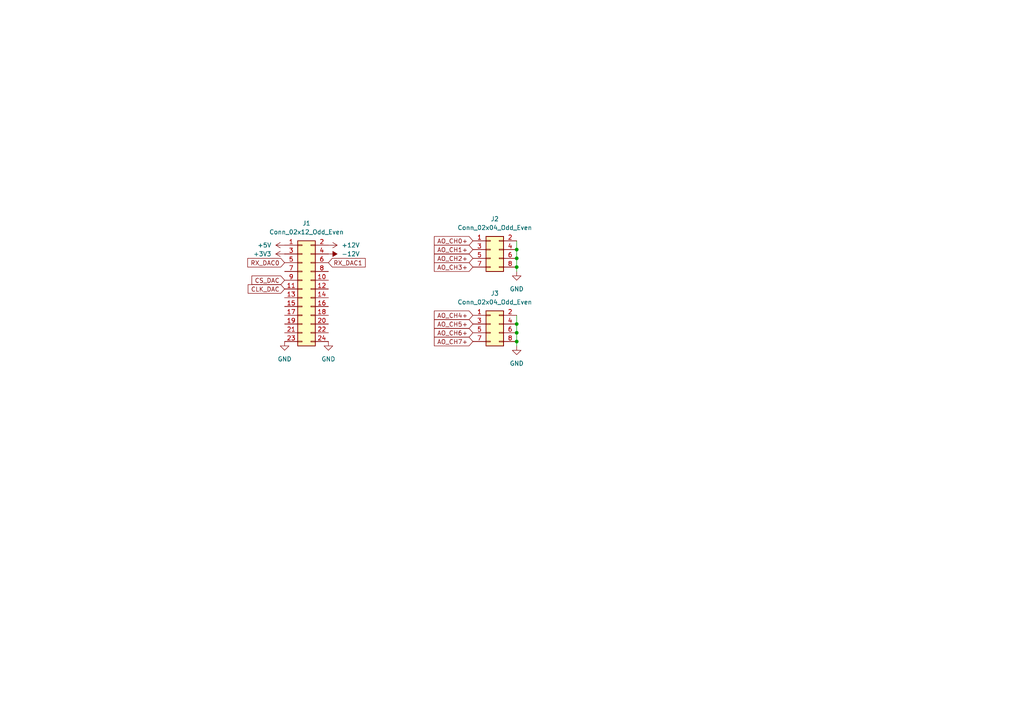
<source format=kicad_sch>
(kicad_sch (version 20231120) (generator "eeschema") (generator_version "8.0")
  (paper "A4")
  (lib_symbols
    (symbol "Connector_Generic:Conn_02x04_Odd_Even" (pin_names (offset 1.016) hide)
      (property "Reference" "J" (at 1.27 5.08 0))
      (property "Value" "Conn_02x04_Odd_Even" (at 1.27 -7.62 0))
      (symbol "Conn_02x04_Odd_Even_1_1"
        (rectangle (start -1.27 -4.953) (end 0 -5.207) (stroke (width 0.1524)))
        (rectangle (start -1.27 -2.413) (end 0 -2.667) (stroke (width 0.1524)))
        (rectangle (start -1.27 0.127) (end 0 -0.127) (stroke (width 0.1524)))
        (rectangle (start -1.27 2.667) (end 0 2.413) (stroke (width 0.1524)))
        (rectangle (start -1.27 3.81) (end 3.81 -6.35) (stroke (width 0.254)) (fill (type background)))
        (rectangle (start 3.81 -4.953) (end 2.54 -5.207) (stroke (width 0.1524)))
        (rectangle (start 3.81 -2.413) (end 2.54 -2.667) (stroke (width 0.1524)))
        (rectangle (start 3.81 0.127) (end 2.54 -0.127) (stroke (width 0.1524)))
        (rectangle (start 3.81 2.667) (end 2.54 2.413) (stroke (width 0.1524)))
        (pin passive line (at -5.08 2.54 0) (length 3.81) (name "Pin_1") (number "1"))
        (pin passive line (at 7.62 2.54 180) (length 3.81) (name "Pin_2") (number "2"))
        (pin passive line (at -5.08 0 0) (length 3.81) (name "Pin_3") (number "3"))
        (pin passive line (at 7.62 0 180) (length 3.81) (name "Pin_4") (number "4"))
        (pin passive line (at -5.08 -2.54 0) (length 3.81) (name "Pin_5") (number "5"))
        (pin passive line (at 7.62 -2.54 180) (length 3.81) (name "Pin_6") (number "6"))
        (pin passive line (at -5.08 -5.08 0) (length 3.81) (name "Pin_7") (number "7"))
        (pin passive line (at 7.62 -5.08 180) (length 3.81) (name "Pin_8") (number "8"))
      )
    )
    (symbol "Connector_Generic:Conn_02x12_Odd_Even" (pin_names (offset 1.016) hide)
      (property "Reference" "J" (at 1.27 15.24 0))
      (property "Value" "Conn_02x12_Odd_Even" (at 1.27 -17.78 0))
      (symbol "Conn_02x12_Odd_Even_1_1"
        (rectangle (start -1.27 -15.113) (end 0 -15.367) (stroke (width 0.1524)))
        (rectangle (start -1.27 -12.573) (end 0 -12.827) (stroke (width 0.1524)))
        (rectangle (start -1.27 -10.033) (end 0 -10.287) (stroke (width 0.1524)))
        (rectangle (start -1.27 -7.493) (end 0 -7.747) (stroke (width 0.1524)))
        (rectangle (start -1.27 -4.953) (end 0 -5.207) (stroke (width 0.1524)))
        (rectangle (start -1.27 -2.413) (end 0 -2.667) (stroke (width 0.1524)))
        (rectangle (start -1.27 0.127) (end 0 -0.127) (stroke (width 0.1524)))
        (rectangle (start -1.27 2.667) (end 0 2.413) (stroke (width 0.1524)))
        (rectangle (start -1.27 5.207) (end 0 4.953) (stroke (width 0.1524)))
        (rectangle (start -1.27 7.747) (end 0 7.493) (stroke (width 0.1524)))
        (rectangle (start -1.27 10.287) (end 0 10.033) (stroke (width 0.1524)))
        (rectangle (start -1.27 12.827) (end 0 12.573) (stroke (width 0.1524)))
        (rectangle (start -1.27 13.97) (end 3.81 -16.51) (stroke (width 0.254)) (fill (type background)))
        (rectangle (start 3.81 -15.113) (end 2.54 -15.367) (stroke (width 0.1524)))
        (rectangle (start 3.81 -12.573) (end 2.54 -12.827) (stroke (width 0.1524)))
        (rectangle (start 3.81 -10.033) (end 2.54 -10.287) (stroke (width 0.1524)))
        (rectangle (start 3.81 -7.493) (end 2.54 -7.747) (stroke (width 0.1524)))
        (rectangle (start 3.81 -4.953) (end 2.54 -5.207) (stroke (width 0.1524)))
        (rectangle (start 3.81 -2.413) (end 2.54 -2.667) (stroke (width 0.1524)))
        (rectangle (start 3.81 0.127) (end 2.54 -0.127) (stroke (width 0.1524)))
        (rectangle (start 3.81 2.667) (end 2.54 2.413) (stroke (width 0.1524)))
        (rectangle (start 3.81 5.207) (end 2.54 4.953) (stroke (width 0.1524)))
        (rectangle (start 3.81 7.747) (end 2.54 7.493) (stroke (width 0.1524)))
        (rectangle (start 3.81 10.287) (end 2.54 10.033) (stroke (width 0.1524)))
        (rectangle (start 3.81 12.827) (end 2.54 12.573) (stroke (width 0.1524)))
        (pin passive line (at -5.08 12.7 0) (length 3.81) (name "Pin_1") (number "1"))
        (pin passive line (at 7.62 2.54 180) (length 3.81) (name "Pin_10") (number "10"))
        (pin passive line (at -5.08 0 0) (length 3.81) (name "Pin_11") (number "11"))
        (pin passive line (at 7.62 0 180) (length 3.81) (name "Pin_12") (number "12"))
        (pin passive line (at -5.08 -2.54 0) (length 3.81) (name "Pin_13") (number "13"))
        (pin passive line (at 7.62 -2.54 180) (length 3.81) (name "Pin_14") (number "14"))
        (pin passive line (at -5.08 -5.08 0) (length 3.81) (name "Pin_15") (number "15"))
        (pin passive line (at 7.62 -5.08 180) (length 3.81) (name "Pin_16") (number "16"))
        (pin passive line (at -5.08 -7.62 0) (length 3.81) (name "Pin_17") (number "17"))
        (pin passive line (at 7.62 -7.62 180) (length 3.81) (name "Pin_18") (number "18"))
        (pin passive line (at -5.08 -10.16 0) (length 3.81) (name "Pin_19") (number "19"))
        (pin passive line (at 7.62 12.7 180) (length 3.81) (name "Pin_2") (number "2"))
        (pin passive line (at 7.62 -10.16 180) (length 3.81) (name "Pin_20") (number "20"))
        (pin passive line (at -5.08 -12.7 0) (length 3.81) (name "Pin_21") (number "21"))
        (pin passive line (at 7.62 -12.7 180) (length 3.81) (name "Pin_22") (number "22"))
        (pin passive line (at -5.08 -15.24 0) (length 3.81) (name "Pin_23") (number "23"))
        (pin passive line (at 7.62 -15.24 180) (length 3.81) (name "Pin_24") (number "24"))
        (pin passive line (at -5.08 10.16 0) (length 3.81) (name "Pin_3") (number "3"))
        (pin passive line (at 7.62 10.16 180) (length 3.81) (name "Pin_4") (number "4"))
        (pin passive line (at -5.08 7.62 0) (length 3.81) (name "Pin_5") (number "5"))
        (pin passive line (at 7.62 7.62 180) (length 3.81) (name "Pin_6") (number "6"))
        (pin passive line (at -5.08 5.08 0) (length 3.81) (name "Pin_7") (number "7"))
        (pin passive line (at 7.62 5.08 180) (length 3.81) (name "Pin_8") (number "8"))
        (pin passive line (at -5.08 2.54 0) (length 3.81) (name "Pin_9") (number "9"))
      )
    )
    (symbol "power:+12V" (power) (pin_names (offset 0))
      (property "Value" "+12V" (at 0 3.556 0))
      (symbol "+12V_0_1"
        (polyline (pts (xy -0.762 1.27) (xy 0 2.54)))
        (polyline (pts (xy 0 0) (xy 0 2.54)))
        (polyline (pts (xy 0 2.54) (xy 0.762 1.27)))
      )
      (symbol "+12V_1_1"
        (pin power_in line (at 0 0 90) (length 0) hide (name "+12V") (number "1"))
      )
    )
    (symbol "power:+3V3" (power) (pin_names (offset 0))
      (property "Value" "+3V3" (at 0 3.556 0))
      (symbol "+3V3_0_1"
        (polyline (pts (xy -0.762 1.27) (xy 0 2.54)))
        (polyline (pts (xy 0 0) (xy 0 2.54)))
        (polyline (pts (xy 0 2.54) (xy 0.762 1.27)))
      )
      (symbol "+3V3_1_1"
        (pin power_in line (at 0 0 90) (length 0) hide (name "+3V3") (number "1"))
      )
    )
    (symbol "power:+5V" (power) (pin_names (offset 0))
      (property "Value" "+5V" (at 0 3.556 0))
      (symbol "+5V_0_1"
        (polyline (pts (xy -0.762 1.27) (xy 0 2.54)))
        (polyline (pts (xy 0 0) (xy 0 2.54)))
        (polyline (pts (xy 0 2.54) (xy 0.762 1.27)))
      )
      (symbol "+5V_1_1"
        (pin power_in line (at 0 0 90) (length 0) hide (name "+5V") (number "1"))
      )
    )
    (symbol "power:-12V" (power) (pin_names (offset 0))
      (property "Value" "-12V" (at 0 3.81 0))
      (symbol "-12V_0_0"
        (pin power_in line (at 0 0 90) (length 0) hide (name "-12V") (number "1"))
      )
      (symbol "-12V_0_1"
        (polyline (pts (xy 0 0) (xy 0 1.27) (xy 0.762 1.27) (xy 0 2.54) (xy -0.762 1.27) (xy 0 1.27)) (fill (type outline)))
      )
    )
    (symbol "power:GND" (power) (pin_names (offset 0))
      (property "Value" "GND" (at 0 -3.81 0))
      (symbol "GND_0_1"
        (polyline (pts (xy 0 0) (xy 0 -1.27) (xy 1.27 -1.27) (xy 0 -2.54) (xy -1.27 -1.27) (xy 0 -1.27)))
      )
      (symbol "GND_1_1"
        (pin power_in line (at 0 0 270) (length 0) hide (name "GND") (number "1"))
      )
    )
  )
  (junction (at 149.86 74.93))
  (junction (at 149.86 72.39))
  (junction (at 149.86 96.52))
  (junction (at 149.86 99.06))
  (junction (at 149.86 77.47))
  (junction (at 149.86 93.98))
  (wire (pts (xy 149.86 93.98) (xy 149.86 96.52)))
  (wire (pts (xy 149.86 91.44) (xy 149.86 93.98)))
  (wire (pts (xy 149.86 99.06) (xy 149.86 100.33)))
  (wire (pts (xy 149.86 96.52) (xy 149.86 99.06)))
  (wire (pts (xy 149.86 74.93) (xy 149.86 77.47)))
  (wire (pts (xy 149.86 72.39) (xy 149.86 74.93)))
  (wire (pts (xy 149.86 69.85) (xy 149.86 72.39)))
  (wire (pts (xy 149.86 77.47) (xy 149.86 78.74)))
  (global_label "CS_DAC" (shape input) (at 82.55 81.28 180) (property "Intersheetrefs" "${INTERSHEET_REFS}" (effects (hide yes))))
  (global_label "AO_CH7+" (shape input) (at 137.16 99.06 180) (property "Intersheetrefs" "${INTERSHEET_REFS}" (effects (hide yes))))
  (global_label "AO_CH2+" (shape input) (at 137.16 74.93 180) (property "Intersheetrefs" "${INTERSHEET_REFS}" (effects (hide yes))))
  (global_label "AO_CH6+" (shape input) (at 137.16 96.52 180) (property "Intersheetrefs" "${INTERSHEET_REFS}" (effects (hide yes))))
  (global_label "RX_DAC1" (shape input) (at 95.25 76.2 0) (property "Intersheetrefs" "${INTERSHEET_REFS}" (effects (hide yes))))
  (global_label "AO_CH3+" (shape input) (at 137.16 77.47 180) (property "Intersheetrefs" "${INTERSHEET_REFS}" (effects (hide yes))))
  (global_label "AO_CH5+" (shape input) (at 137.16 93.98 180) (property "Intersheetrefs" "${INTERSHEET_REFS}" (effects (hide yes))))
  (global_label "CLK_DAC" (shape input) (at 82.55 83.82 180) (property "Intersheetrefs" "${INTERSHEET_REFS}" (effects (hide yes))))
  (global_label "AO_CH1+" (shape input) (at 137.16 72.39 180) (property "Intersheetrefs" "${INTERSHEET_REFS}" (effects (hide yes))))
  (global_label "RX_DAC0" (shape input) (at 82.55 76.2 180) (property "Intersheetrefs" "${INTERSHEET_REFS}" (effects (hide yes))))
  (global_label "AO_CH4+" (shape input) (at 137.16 91.44 180) (property "Intersheetrefs" "${INTERSHEET_REFS}" (effects (hide yes))))
  (global_label "AO_CH0+" (shape input) (at 137.16 69.85 180) (property "Intersheetrefs" "${INTERSHEET_REFS}" (effects (hide yes))))
  (symbol (lib_id "power:-12V") (at 95.25 73.66 270) (unit 1)
    (property "Reference" "#PWR05" (effects (hide yes)))
    (property "Value" "-12V" (at 99.06 73.6599 90) (effects (justify left)))
    (property "Description" "Power symbol creates a global label with name \"-12V\"" (effects (hide yes)))
  )
  (symbol (lib_id "Connector_Generic:Conn_02x12_Odd_Even") (at 87.63 83.82 0) (unit 1)
    (property "Reference" "J1" (at 88.9 64.77 0))
    (property "Value" "Conn_02x12_Odd_Even" (at 88.9 67.31 0))
    (property "Footprint" "Connector_PinHeader_2.54mm:PinHeader_2x12_P2.54mm_Vertical_SMD" (effects (hide yes)))
    (property "Description" "Generic connector, double row, 02x12, odd/even pin numbering scheme (row 1 odd numbers, row 2 even numbers), script generated (kicad-library-utils/schlib/autogen/connector/)" (effects (hide yes)))
  )
  (symbol (lib_id "power:+3V3") (at 82.55 73.66 90) (unit 1)
    (property "Reference" "#PWR02" (effects (hide yes)))
    (property "Value" "+3V3" (at 78.74 73.6599 90) (effects (justify left)))
    (property "Description" "Power symbol creates a global label with name \"+3V3\"" (effects (hide yes)))
  )
  (symbol (lib_id "Connector_Generic:Conn_02x04_Odd_Even") (at 142.24 72.39 0) (unit 1)
    (property "Reference" "J2" (at 143.51 63.5 0))
    (property "Value" "Conn_02x04_Odd_Even" (at 143.51 66.04 0))
    (property "Footprint" "Connector_PinHeader_2.54mm:PinHeader_2x04_P2.54mm_Vertical_SMD" (effects (hide yes)))
    (property "Description" "Generic connector, double row, 02x04, odd/even pin numbering scheme (row 1 odd numbers, row 2 even numbers), script generated (kicad-library-utils/schlib/autogen/connector/)" (effects (hide yes)))
  )
  (symbol (lib_id "power:GND") (at 82.55 99.06 0) (unit 1)
    (property "Reference" "#PWR03" (effects (hide yes)))
    (property "Value" "GND" (at 82.55 104.14 0))
    (property "Description" "Power symbol creates a global label with name \"GND\" , ground" (effects (hide yes)))
  )
  (symbol (lib_id "Connector_Generic:Conn_02x04_Odd_Even") (at 142.24 93.98 0) (unit 1)
    (property "Reference" "J3" (at 143.51 85.09 0))
    (property "Value" "Conn_02x04_Odd_Even" (at 143.51 87.63 0))
    (property "Footprint" "Connector_PinHeader_2.54mm:PinHeader_2x04_P2.54mm_Vertical_SMD" (effects (hide yes)))
    (property "Description" "Generic connector, double row, 02x04, odd/even pin numbering scheme (row 1 odd numbers, row 2 even numbers), script generated (kicad-library-utils/schlib/autogen/connector/)" (effects (hide yes)))
  )
  (symbol (lib_id "power:+12V") (at 95.25 71.12 270) (unit 1)
    (property "Reference" "#PWR04" (effects (hide yes)))
    (property "Value" "+12V" (at 99.06 71.1199 90) (effects (justify left)))
    (property "Description" "Power symbol creates a global label with name \"+12V\"" (effects (hide yes)))
  )
  (symbol (lib_id "power:+5V") (at 82.55 71.12 90) (unit 1)
    (property "Reference" "#PWR01" (effects (hide yes)))
    (property "Value" "+5V" (at 78.74 71.1199 90) (effects (justify left)))
    (property "Description" "Power symbol creates a global label with name \"+5V\"" (effects (hide yes)))
  )
  (symbol (lib_id "power:GND") (at 149.86 100.33 0) (unit 1)
    (property "Reference" "#PWR08" (effects (hide yes)))
    (property "Value" "GND" (at 149.86 105.41 0))
    (property "Description" "Power symbol creates a global label with name \"GND\" , ground" (effects (hide yes)))
  )
  (symbol (lib_id "power:GND") (at 149.86 78.74 0) (unit 1)
    (property "Reference" "#PWR07" (effects (hide yes)))
    (property "Value" "GND" (at 149.86 83.82 0))
    (property "Description" "Power symbol creates a global label with name \"GND\" , ground" (effects (hide yes)))
  )
  (symbol (lib_id "power:GND") (at 95.25 99.06 0) (unit 1)
    (property "Reference" "#PWR06" (effects (hide yes)))
    (property "Value" "GND" (at 95.25 104.14 0))
    (property "Description" "Power symbol creates a global label with name \"GND\" , ground" (effects (hide yes)))
  )
)
</source>
